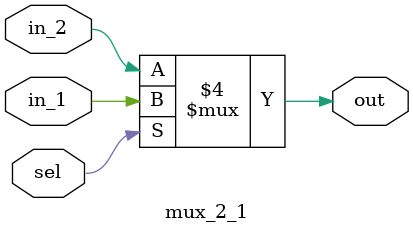
<source format=v>
module  mux_2_1
(
    input   wire        [0:0]   in_1,
    input   wire                in_2,
    input   wire                sel ,    //选通信号
    output  reg                 out     //always必须是reg型
);

//always@(in_1, in_2, sel)
always@(*)
    if(sel == 1'b1)
        begin//如果执行的语句只有一条bengin end可以省略，类似于{}
        out = in_1;
        end
    else
        begin
        out = in_2;
        end

/*
//out:组合逻辑输出选择结果
always@(*)
    case(sel)
        1'b1    : out = in1;

        1'b0    : out = in2;

        default : out = in1;    //如果sel不能列举出所有的情况一定要加default。此处sel只有两种情况,并且完全列举了,所以default可以省略
    endcase
*/

/*
out:组合逻辑输出选择结果
assign out = (sel == 1'b1) ? in1 : in2; //此处使用的是条件运算符（三元运算符）,当括号里面的条件成立时,执行"?”后面的结果；如果括号里面的条件不成立时,执行“:”后面的结果
*/


endmodule

</source>
